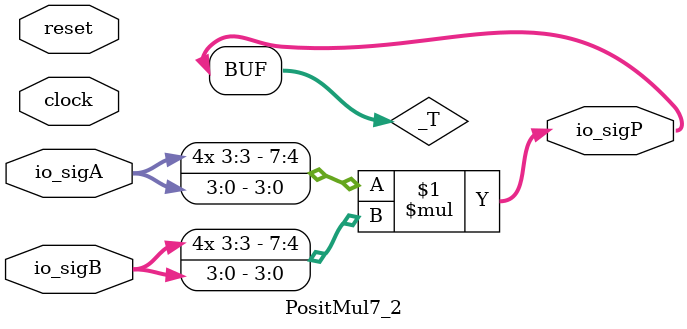
<source format=v>
module PositMul7_2(
  input        clock,
  input        reset,
  input  [3:0] io_sigA,
  input  [3:0] io_sigB,
  output [7:0] io_sigP
);
  wire [7:0] _T; // @[PositMul.scala 17:26]
  assign _T = $signed(io_sigA) * $signed(io_sigB); // @[PositMul.scala 17:26]
  assign io_sigP = $unsigned(_T); // @[PositMul.scala 17:13]
endmodule

</source>
